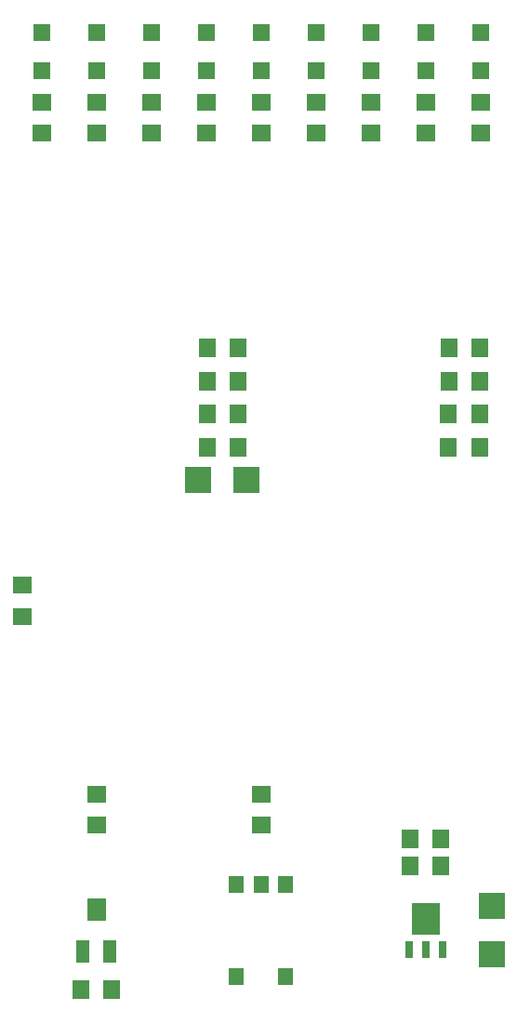
<source format=gbr>
G04 EAGLE Gerber RS-274X export*
G75*
%MOMM*%
%FSLAX34Y34*%
%LPD*%
%INSolderpaste Top*%
%IPPOS*%
%AMOC8*
5,1,8,0,0,1.08239X$1,22.5*%
G01*
%ADD10R,1.600000X1.800000*%
%ADD11R,1.800000X1.600000*%
%ADD12R,2.400000X2.400000*%
%ADD13R,0.800000X1.500000*%
%ADD14R,2.500000X3.000000*%
%ADD15R,1.500000X1.500000*%
%ADD16R,1.803000X1.600000*%
%ADD17R,1.600000X1.803000*%
%ADD18R,1.300000X2.000000*%
%ADD19R,1.800000X2.000000*%
%ADD20R,1.400000X1.600000*%


D10*
X201000Y630000D03*
X229000Y630000D03*
X421000Y630000D03*
X449000Y630000D03*
X421000Y600000D03*
X449000Y600000D03*
D11*
X250000Y196000D03*
X250000Y224000D03*
D10*
X86000Y46000D03*
X114000Y46000D03*
D11*
X32500Y386000D03*
X32500Y414000D03*
D10*
X414000Y183500D03*
X386000Y183500D03*
X414000Y158500D03*
X386000Y158500D03*
D12*
X237000Y510000D03*
X193000Y510000D03*
X460000Y78000D03*
X460000Y122000D03*
D13*
X415000Y82500D03*
X385000Y82500D03*
X400000Y82500D03*
D14*
X400000Y110500D03*
D15*
X50000Y917500D03*
X50000Y882500D03*
X100000Y917500D03*
X100000Y882500D03*
X150000Y917500D03*
X150000Y882500D03*
X200000Y917500D03*
X200000Y882500D03*
X300000Y917500D03*
X300000Y882500D03*
X350000Y917500D03*
X350000Y882500D03*
X400000Y917500D03*
X400000Y882500D03*
X450000Y917500D03*
X450000Y882500D03*
X250000Y917500D03*
X250000Y882500D03*
D16*
X50000Y854220D03*
X50000Y825780D03*
D17*
X420780Y570000D03*
X449220Y570000D03*
X420780Y540000D03*
X449220Y540000D03*
X200780Y600000D03*
X229220Y600000D03*
X200780Y540000D03*
X229220Y540000D03*
X200780Y570000D03*
X229220Y570000D03*
D18*
X87500Y81000D03*
X112500Y81000D03*
D19*
X100000Y119000D03*
D16*
X100000Y195780D03*
X100000Y224220D03*
X100000Y854220D03*
X100000Y825780D03*
X150000Y854220D03*
X150000Y825780D03*
X200000Y854220D03*
X200000Y825780D03*
X250000Y854220D03*
X250000Y825780D03*
X300000Y854220D03*
X300000Y825780D03*
X350000Y854220D03*
X350000Y825780D03*
X400000Y854220D03*
X400000Y825780D03*
X450000Y854220D03*
X450000Y825780D03*
D20*
X272500Y58000D03*
X272500Y142000D03*
X250000Y142000D03*
X227500Y142000D03*
X227500Y58000D03*
M02*

</source>
